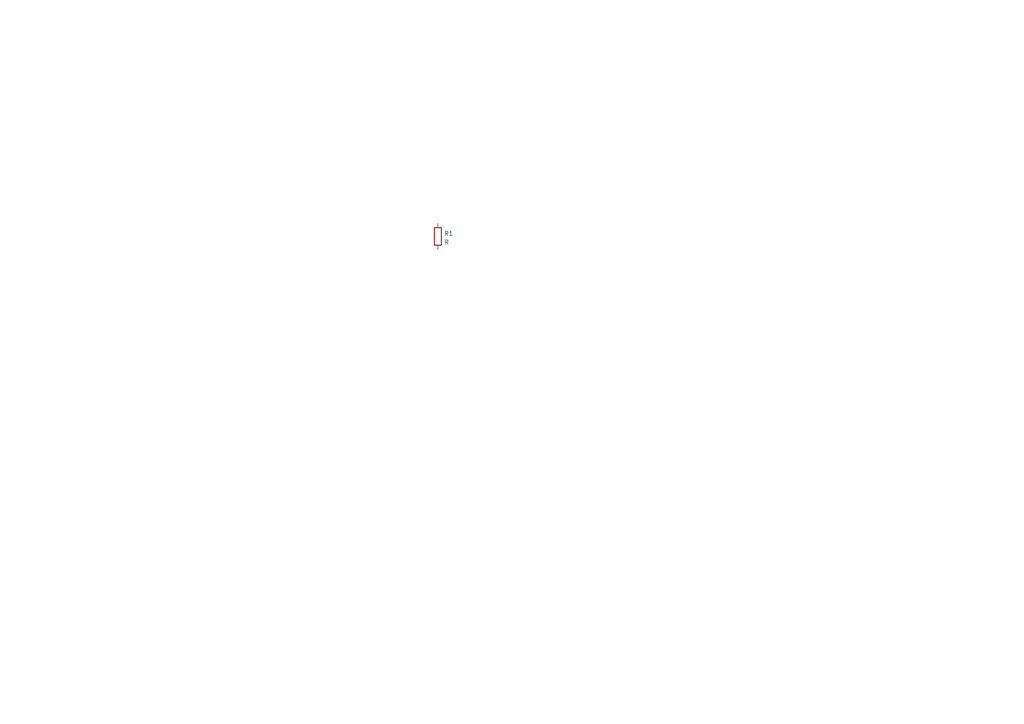
<source format=kicad_sch>
(kicad_sch (version 20250114) (generator "eeschema") (generator_version "9.0")
  (paper "A4")
  (lib_symbols
    (symbol "Device:R" (pin_numbers (hide yes)) (pin_names (offset 0))
      (property "Reference" "R" (at 2.032 0 90))
      (property "Value" "R" (at 0 0 90))
      (symbol "R_0_1"
        (rectangle (start -1.016 -2.54) (end 1.016 2.54) (stroke (width 0.254)))
      )
      (symbol "R_1_1"
        (pin passive line (at 0 3.81 270) (length 1.27) (name "~") (number "1"))
        (pin passive line (at 0 -3.81 90) (length 1.27) (name "~") (number "2"))
      )
    )
  )
  (symbol (lib_id "Device:R") (at 127 68.58 0) (unit 1)
    (property "Reference" "R1" (at 128.778 67.7453 0) (effects (justify left)))
    (property "Value" "R" (at 128.778 70.2822 0) (effects (justify left)))
  )
)
</source>
